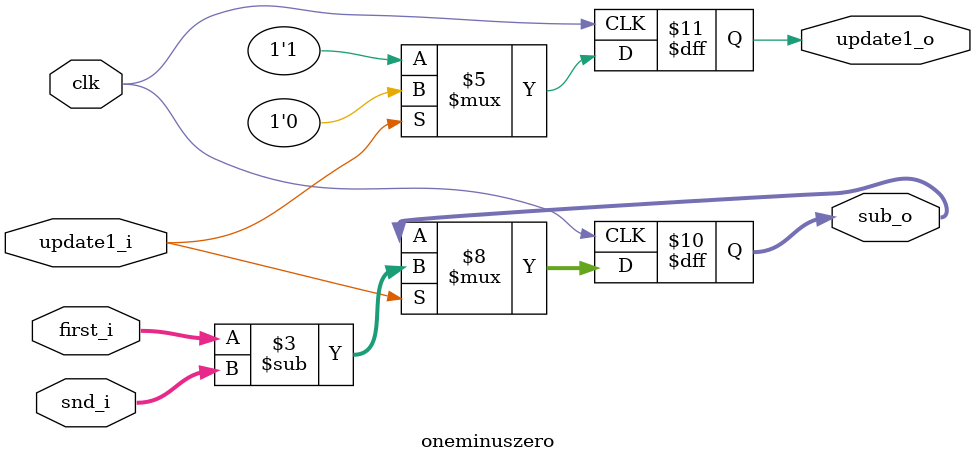
<source format=v>


`timescale 1ns/10ps

module oneminuszero (
    first_i,
    snd_i,
    update1_i,
    clk,
    sub_o,
    update1_o
);


input signed [15:0] first_i;
input signed [15:0] snd_i;
input update1_i;
input clk;
output signed [15:0] sub_o;
reg signed [15:0] sub_o;
output update1_o;
reg update1_o;




always @(posedge clk) begin: ONEMINUSZERO_RTL1
    if ((update1_i == 1)) begin
        update1_o <= 0;
        sub_o <= (first_i - snd_i);
    end
    else begin
        update1_o <= 1;
    end
end

endmodule

</source>
